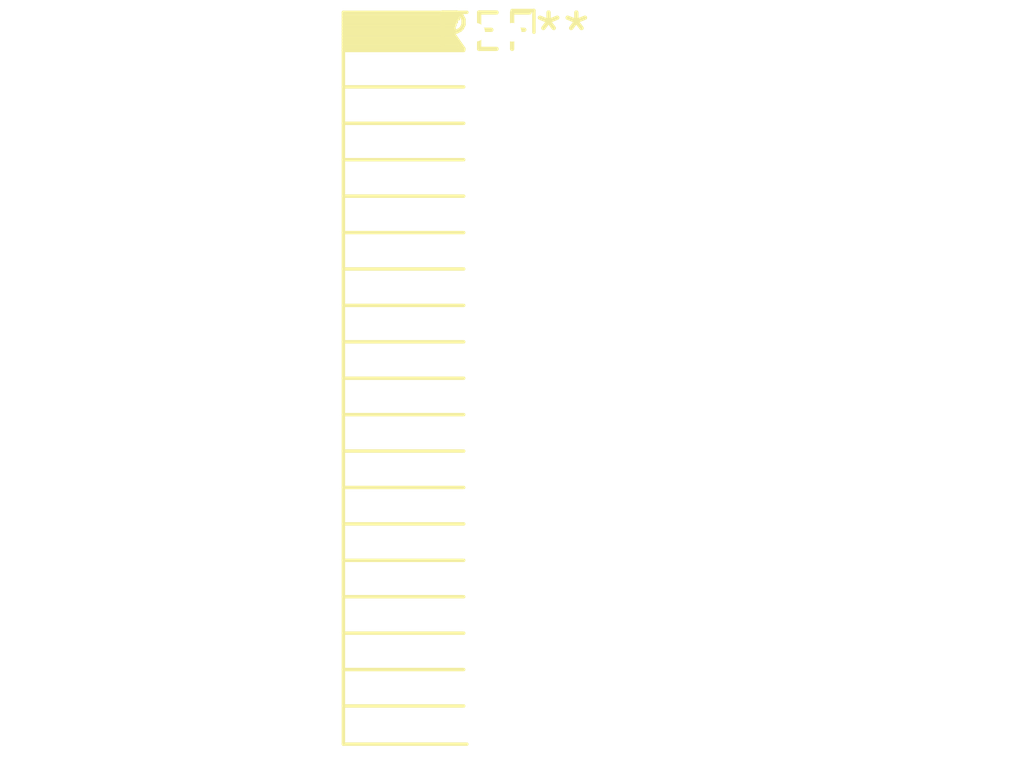
<source format=kicad_pcb>
(kicad_pcb (version 20240108) (generator pcbnew)
  (layers (0 "F.Cu" signal) (31 "B.Cu" signal) (34 "B.Paste" user) (35 "F.Paste" user) (36 "B.SilkS" user "B.Silkscreen") (37 "F.SilkS" user "F.Silkscreen") (38 "B.Mask" user) (39 "F.Mask" user) (44 "Edge.Cuts" user))
  (net 0 "")
  (footprint "PinSocket_2x20_P1.27mm_Horizontal" (layer "F.Cu") (at 0 0)
    (property "Reference" "REF**")
    (property "Value" "PinSocket_2x20_P1.27mm_Horizontal")
    (fp_line (start -5.88 -0.695) (end -5.88 24.825) (layer "F.SilkS") (stroke (width 0.12)))
    (fp_line (start -5.88 -0.695) (end -1.57753 -0.695) (layer "F.SilkS") (stroke (width 0.12)))
    (fp_line (start -5.88 -0.575) (end -1.766966 -0.575) (layer "F.SilkS") (stroke (width 0.12)))
    (fp_line (start -5.88 -0.465) (end -1.871145 -0.465) (layer "F.SilkS") (stroke (width 0.12)))
    (fp_line (start -5.88 -0.355) (end -1.941993 -0.355) (layer "F.SilkS") (stroke (width 0.12)))
    (fp_line (start -5.88 -0.245) (end -1.989427 -0.245) (layer "F.SilkS") (stroke (width 0.12)))
    (fp_line (start -5.88 -0.135) (end -2.017914 -0.135) (layer "F.SilkS") (stroke (width 0.12)))
    (fp_line (start -5.88 -0.025) (end -2.029589 -0.025) (layer "F.SilkS") (stroke (width 0.12)))
    (fp_line (start -5.88 0.085) (end -2.025232 0.085) (layer "F.SilkS") (stroke (width 0.12)))
    (fp_line (start -5.88 0.195) (end -2.004558 0.195) (layer "F.SilkS") (stroke (width 0.12)))
    (fp_line (start -5.88 0.305) (end -1.966114 0.305) (layer "F.SilkS") (stroke (width 0.12)))
    (fp_line (start -5.88 0.415) (end -1.906691 0.415) (layer "F.SilkS") (stroke (width 0.12)))
    (fp_line (start -5.88 0.525) (end -1.819523 0.525) (layer "F.SilkS") (stroke (width 0.12)))
    (fp_line (start -5.88 0.635) (end -1.687582 0.635) (layer "F.SilkS") (stroke (width 0.12)))
    (fp_line (start -5.88 1.905) (end -1.687582 1.905) (layer "F.SilkS") (stroke (width 0.12)))
    (fp_line (start -5.88 3.175) (end -1.687582 3.175) (layer "F.SilkS") (stroke (width 0.12)))
    (fp_line (start -5.88 4.445) (end -1.687582 4.445) (layer "F.SilkS") (stroke (width 0.12)))
    (fp_line (start -5.88 5.715) (end -1.687582 5.715) (layer "F.SilkS") (stroke (width 0.12)))
    (fp_line (start -5.88 6.985) (end -1.687582 6.985) (layer "F.SilkS") (stroke (width 0.12)))
    (fp_line (start -5.88 8.255) (end -1.687582 8.255) (layer "F.SilkS") (stroke (width 0.12)))
    (fp_line (start -5.88 9.525) (end -1.687582 9.525) (layer "F.SilkS") (stroke (width 0.12)))
    (fp_line (start -5.88 10.795) (end -1.687582 10.795) (layer "F.SilkS") (stroke (width 0.12)))
    (fp_line (start -5.88 12.065) (end -1.687582 12.065) (layer "F.SilkS") (stroke (width 0.12)))
    (fp_line (start -5.88 13.335) (end -1.687582 13.335) (layer "F.SilkS") (stroke (width 0.12)))
    (fp_line (start -5.88 14.605) (end -1.687582 14.605) (layer "F.SilkS") (stroke (width 0.12)))
    (fp_line (start -5.88 15.875) (end -1.687582 15.875) (layer "F.SilkS") (stroke (width 0.12)))
    (fp_line (start -5.88 17.145) (end -1.687582 17.145) (layer "F.SilkS") (stroke (width 0.12)))
    (fp_line (start -5.88 18.415) (end -1.687582 18.415) (layer "F.SilkS") (stroke (width 0.12)))
    (fp_line (start -5.88 19.685) (end -1.687582 19.685) (layer "F.SilkS") (stroke (width 0.12)))
    (fp_line (start -5.88 20.955) (end -1.687582 20.955) (layer "F.SilkS") (stroke (width 0.12)))
    (fp_line (start -5.88 22.225) (end -1.687582 22.225) (layer "F.SilkS") (stroke (width 0.12)))
    (fp_line (start -5.88 23.495) (end -1.687582 23.495) (layer "F.SilkS") (stroke (width 0.12)))
    (fp_line (start -5.88 24.825) (end -1.57753 24.825) (layer "F.SilkS") (stroke (width 0.12)))
    (fp_line (start 0 -0.76) (end 0.76 -0.76) (layer "F.SilkS") (stroke (width 0.12)))
    (fp_line (start 0.76 -0.76) (end 0.76 0) (layer "F.SilkS") (stroke (width 0.12)))
    (pad "1" thru_hole rect (at 0 0) (size 1 1) (drill 0.65) (layers *.Cu *.Mask) (remove_unused_layers))
    (pad "2" thru_hole oval (at -1.27 0) (size 1 1) (drill 0.65) (layers *.Cu *.Mask) (remove_unused_layers))
    (pad "3" thru_hole oval (at 0 1.27) (size 1 1) (drill 0.65) (layers *.Cu *.Mask) (remove_unused_layers))
    (pad "4" thru_hole oval (at -1.27 1.27) (size 1 1) (drill 0.65) (layers *.Cu *.Mask) (remove_unused_layers))
    (pad "5" thru_hole oval (at 0 2.54) (size 1 1) (drill 0.65) (layers *.Cu *.Mask) (remove_unused_layers))
    (pad "6" thru_hole oval (at -1.27 2.54) (size 1 1) (drill 0.65) (layers *.Cu *.Mask) (remove_unused_layers))
    (pad "7" thru_hole oval (at 0 3.81) (size 1 1) (drill 0.65) (layers *.Cu *.Mask) (remove_unused_layers))
    (pad "8" thru_hole oval (at -1.27 3.81) (size 1 1) (drill 0.65) (layers *.Cu *.Mask) (remove_unused_layers))
    (pad "9" thru_hole oval (at 0 5.08) (size 1 1) (drill 0.65) (layers *.Cu *.Mask) (remove_unused_layers))
    (pad "10" thru_hole oval (at -1.27 5.08) (size 1 1) (drill 0.65) (layers *.Cu *.Mask) (remove_unused_layers))
    (pad "11" thru_hole oval (at 0 6.35) (size 1 1) (drill 0.65) (layers *.Cu *.Mask) (remove_unused_layers))
    (pad "12" thru_hole oval (at -1.27 6.35) (size 1 1) (drill 0.65) (layers *.Cu *.Mask) (remove_unused_layers))
    (pad "13" thru_hole oval (at 0 7.62) (size 1 1) (drill 0.65) (layers *.Cu *.Mask) (remove_unused_layers))
    (pad "14" thru_hole oval (at -1.27 7.62) (size 1 1) (drill 0.65) (layers *.Cu *.Mask) (remove_unused_layers))
    (pad "15" thru_hole oval (at 0 8.89) (size 1 1) (drill 0.65) (layers *.Cu *.Mask) (remove_unused_layers))
    (pad "16" thru_hole oval (at -1.27 8.89) (size 1 1) (drill 0.65) (layers *.Cu *.Mask) (remove_unused_layers))
    (pad "17" thru_hole oval (at 0 10.16) (size 1 1) (drill 0.65) (layers *.Cu *.Mask) (remove_unused_layers))
    (pad "18" thru_hole oval (at -1.27 10.16) (size 1 1) (drill 0.65) (layers *.Cu *.Mask) (remove_unused_layers))
    (pad "19" thru_hole oval (at 0 11.43) (size 1 1) (drill 0.65) (layers *.Cu *.Mask) (remove_unused_layers))
    (pad "20" thru_hole oval (at -1.27 11.43) (size 1 1) (drill 0.65) (layers *.Cu *.Mask) (remove_unused_layers))
    (pad "21" thru_hole oval (at 0 12.7) (size 1 1) (drill 0.65) (layers *.Cu *.Mask) (remove_unused_layers))
    (pad "22" thru_hole oval (at -1.27 12.7) (size 1 1) (drill 0.65) (layers *.Cu *.Mask) (remove_unused_layers))
    (pad "23" thru_hole oval (at 0 13.97) (size 1 1) (drill 0.65) (layers *.Cu *.Mask) (remove_unused_layers))
    (pad "24" thru_hole oval (at -1.27 13.97) (size 1 1) (drill 0.65) (layers *.Cu *.Mask) (remove_unused_layers))
    (pad "25" thru_hole oval (at 0 15.24) (size 1 1) (drill 0.65) (layers *.Cu *.Mask) (remove_unused_layers))
    (pad "26" thru_hole oval (at -1.27 15.24) (size 1 1) (drill 0.65) (layers *.Cu *.Mask) (remove_unused_layers))
    (pad "27" thru_hole oval (at 0 16.51) (size 1 1) (drill 0.65) (layers *.Cu *.Mask) (remove_unused_layers))
    (pad "28" thru_hole oval (at -1.27 16.51) (size 1 1) (drill 0.65) (layers *.Cu *.Mask) (remove_unused_layers))
    (pad "29" thru_hole oval (at 0 17.78) (size 1 1) (drill 0.65) (layers *.Cu *.Mask) (remove_unused_layers))
    (pad "30" thru_hole oval (at -1.27 17.78) (size 1 1) (drill 0.65) (layers *.Cu *.Mask) (remove_unused_layers))
    (pad "31" thru_hole oval (at 0 19.05) (size 1 1) (drill 0.65) (layers *.Cu *.Mask) (remove_unused_layers))
    (pad "32" thru_hole oval (at -1.27 19.05) (size 1 1) (drill 0.65) (layers *.Cu *.Mask) (remove_unused_layers))
    (pad "33" thru_hole oval (at 0 20.32) (size 1 1) (drill 0.65) (layers *.Cu *.Mask) (remove_unused_layers))
    (pad "34" thru_hole oval (at -1.27 20.32) (size 1 1) (drill 0.65) (layers *.Cu *.Mask) (remove_unused_layers))
    (pad "35" thru_hole oval (at 0 21.59) (size 1 1) (drill 0.65) (layers *.Cu *.Mask) (remove_unused_layers))
    (pad "36" thru_hole oval (at -1.27 21.59) (size 1 1) (drill 0.65) (layers *.Cu *.Mask) (remove_unused_layers))
    (pad "37" thru_hole oval (at 0 22.86) (size 1 1) (drill 0.65) (layers *.Cu *.Mask) (remove_unused_layers))
    (pad "38" thru_hole oval (at -1.27 22.86) (size 1 1) (drill 0.65) (layers *.Cu *.Mask) (remove_unused_layers))
    (pad "39" thru_hole oval (at 0 24.13) (size 1 1) (drill 0.65) (layers *.Cu *.Mask) (remove_unused_layers))
    (pad "40" thru_hole oval (at -1.27 24.13) (size 1 1) (drill 0.65) (layers *.Cu *.Mask) (remove_unused_layers))
  )
)
</source>
